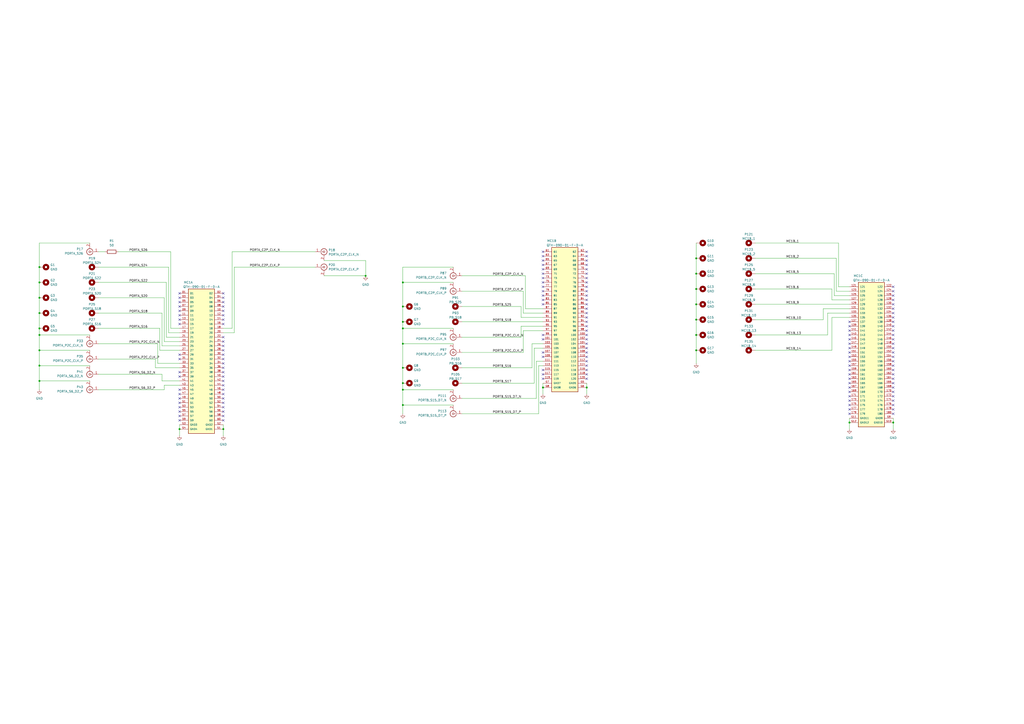
<source format=kicad_sch>
(kicad_sch (version 20211123) (generator eeschema)
  (paper "A2")
  (junction (at 233.68 226.06))
  (junction (at 403.86 176.53))
  (junction (at 403.86 167.64))
  (junction (at 22.86 154.94))
  (junction (at 22.86 172.72))
  (junction (at 212.09 160.02))
  (junction (at 22.86 163.83))
  (junction (at 22.86 212.09))
  (junction (at 233.68 234.95))
  (junction (at 129.54 248.92))
  (junction (at 492.76 245.11))
  (junction (at 518.16 245.11))
  (junction (at 22.86 203.2))
  (junction (at 233.68 190.5))
  (junction (at 403.86 158.75))
  (junction (at 233.68 186.69))
  (junction (at 233.68 163.83))
  (junction (at 22.86 181.61))
  (junction (at 314.96 224.79))
  (junction (at 233.68 177.8))
  (junction (at 403.86 203.2))
  (junction (at 22.86 190.5))
  (junction (at 233.68 199.39))
  (junction (at 22.86 220.98))
  (junction (at 233.68 213.36))
  (junction (at 403.86 194.31))
  (junction (at 403.86 149.86))
  (junction (at 233.68 222.25))
  (junction (at 22.86 194.31))
  (junction (at 104.14 248.92))
  (junction (at 403.86 185.42))
  (junction (at 340.36 224.79))
  (no_connect (at 314.96 214.63))
  (no_connect (at 314.96 217.17))
  (no_connect (at 314.96 219.71))
  (no_connect (at 340.36 219.71))
  (no_connect (at 340.36 217.17))
  (no_connect (at 340.36 214.63))
  (no_connect (at 314.96 194.31))
  (no_connect (at 314.96 196.85))
  (no_connect (at 314.96 204.47))
  (no_connect (at 314.96 207.01))
  (no_connect (at 340.36 212.09))
  (no_connect (at 340.36 209.55))
  (no_connect (at 340.36 207.01))
  (no_connect (at 340.36 204.47))
  (no_connect (at 340.36 201.93))
  (no_connect (at 340.36 199.39))
  (no_connect (at 340.36 196.85))
  (no_connect (at 340.36 194.31))
  (no_connect (at 340.36 191.77))
  (no_connect (at 340.36 189.23))
  (no_connect (at 340.36 186.69))
  (no_connect (at 340.36 184.15))
  (no_connect (at 340.36 181.61))
  (no_connect (at 340.36 179.07))
  (no_connect (at 340.36 176.53))
  (no_connect (at 314.96 176.53))
  (no_connect (at 314.96 173.99))
  (no_connect (at 314.96 171.45))
  (no_connect (at 314.96 168.91))
  (no_connect (at 340.36 173.99))
  (no_connect (at 340.36 171.45))
  (no_connect (at 340.36 168.91))
  (no_connect (at 340.36 166.37))
  (no_connect (at 340.36 163.83))
  (no_connect (at 314.96 166.37))
  (no_connect (at 314.96 163.83))
  (no_connect (at 314.96 161.29))
  (no_connect (at 314.96 158.75))
  (no_connect (at 340.36 161.29))
  (no_connect (at 340.36 158.75))
  (no_connect (at 340.36 156.21))
  (no_connect (at 340.36 153.67))
  (no_connect (at 340.36 151.13))
  (no_connect (at 340.36 148.59))
  (no_connect (at 340.36 146.05))
  (no_connect (at 314.96 156.21))
  (no_connect (at 314.96 153.67))
  (no_connect (at 314.96 151.13))
  (no_connect (at 314.96 148.59))
  (no_connect (at 314.96 146.05))
  (no_connect (at 129.54 170.18))
  (no_connect (at 129.54 172.72))
  (no_connect (at 129.54 175.26))
  (no_connect (at 129.54 177.8))
  (no_connect (at 129.54 180.34))
  (no_connect (at 129.54 182.88))
  (no_connect (at 129.54 185.42))
  (no_connect (at 129.54 187.96))
  (no_connect (at 104.14 187.96))
  (no_connect (at 104.14 185.42))
  (no_connect (at 104.14 170.18))
  (no_connect (at 104.14 182.88))
  (no_connect (at 104.14 180.34))
  (no_connect (at 104.14 177.8))
  (no_connect (at 104.14 175.26))
  (no_connect (at 104.14 172.72))
  (no_connect (at 129.54 195.58))
  (no_connect (at 129.54 198.12))
  (no_connect (at 104.14 238.76))
  (no_connect (at 104.14 236.22))
  (no_connect (at 129.54 200.66))
  (no_connect (at 129.54 203.2))
  (no_connect (at 129.54 205.74))
  (no_connect (at 129.54 208.28))
  (no_connect (at 129.54 210.82))
  (no_connect (at 129.54 213.36))
  (no_connect (at 104.14 205.74))
  (no_connect (at 104.14 208.28))
  (no_connect (at 104.14 215.9))
  (no_connect (at 104.14 218.44))
  (no_connect (at 104.14 226.06))
  (no_connect (at 104.14 228.6))
  (no_connect (at 104.14 231.14))
  (no_connect (at 104.14 233.68))
  (no_connect (at 104.14 241.3))
  (no_connect (at 104.14 243.84))
  (no_connect (at 129.54 243.84))
  (no_connect (at 129.54 241.3))
  (no_connect (at 129.54 238.76))
  (no_connect (at 129.54 236.22))
  (no_connect (at 129.54 233.68))
  (no_connect (at 129.54 218.44))
  (no_connect (at 129.54 215.9))
  (no_connect (at 129.54 231.14))
  (no_connect (at 129.54 228.6))
  (no_connect (at 129.54 226.06))
  (no_connect (at 129.54 223.52))
  (no_connect (at 129.54 220.98))
  (no_connect (at 492.76 201.93))
  (no_connect (at 492.76 204.47))
  (no_connect (at 492.76 207.01))
  (no_connect (at 492.76 209.55))
  (no_connect (at 492.76 212.09))
  (no_connect (at 492.76 214.63))
  (no_connect (at 492.76 217.17))
  (no_connect (at 492.76 219.71))
  (no_connect (at 492.76 222.25))
  (no_connect (at 492.76 224.79))
  (no_connect (at 492.76 227.33))
  (no_connect (at 492.76 229.87))
  (no_connect (at 518.16 227.33))
  (no_connect (at 518.16 224.79))
  (no_connect (at 518.16 222.25))
  (no_connect (at 518.16 219.71))
  (no_connect (at 518.16 217.17))
  (no_connect (at 518.16 214.63))
  (no_connect (at 518.16 212.09))
  (no_connect (at 518.16 209.55))
  (no_connect (at 518.16 207.01))
  (no_connect (at 518.16 204.47))
  (no_connect (at 492.76 186.69))
  (no_connect (at 492.76 189.23))
  (no_connect (at 492.76 232.41))
  (no_connect (at 492.76 234.95))
  (no_connect (at 492.76 237.49))
  (no_connect (at 492.76 240.03))
  (no_connect (at 518.16 240.03))
  (no_connect (at 518.16 237.49))
  (no_connect (at 518.16 234.95))
  (no_connect (at 518.16 232.41))
  (no_connect (at 518.16 229.87))
  (no_connect (at 492.76 191.77))
  (no_connect (at 492.76 194.31))
  (no_connect (at 492.76 196.85))
  (no_connect (at 492.76 199.39))
  (no_connect (at 518.16 201.93))
  (no_connect (at 518.16 199.39))
  (no_connect (at 518.16 196.85))
  (no_connect (at 518.16 194.31))
  (no_connect (at 518.16 191.77))
  (no_connect (at 518.16 189.23))
  (no_connect (at 518.16 186.69))
  (no_connect (at 518.16 184.15))
  (no_connect (at 518.16 181.61))
  (no_connect (at 518.16 179.07))
  (no_connect (at 518.16 176.53))
  (no_connect (at 518.16 173.99))
  (no_connect (at 518.16 171.45))
  (no_connect (at 518.16 168.91))
  (no_connect (at 518.16 166.37))
  (wire (pts (xy 134.62 190.5) (xy 134.62 146.05)))
  (wire (pts (xy 314.96 228.6) (xy 314.96 224.79)))
  (wire (pts (xy 212.09 160.02) (xy 212.09 151.13)))
  (wire (pts (xy 97.79 193.04) (xy 104.14 193.04)))
  (wire (pts (xy 96.52 195.58) (xy 104.14 195.58)))
  (wire (pts (xy 233.68 234.95) (xy 233.68 226.06)))
  (wire (pts (xy 68.58 146.05) (xy 99.06 146.05)))
  (wire (pts (xy 233.68 186.69) (xy 233.68 190.5)))
  (wire (pts (xy 314.96 199.39) (xy 308.61 199.39)))
  (wire (pts (xy 135.89 154.94) (xy 182.88 154.94)))
  (wire (pts (xy 483.87 171.45) (xy 492.76 171.45)))
  (wire (pts (xy 403.86 194.31) (xy 403.86 203.2)))
  (wire (pts (xy 482.6 167.64) (xy 482.6 173.99)))
  (wire (pts (xy 311.15 209.55) (xy 314.96 209.55)))
  (wire (pts (xy 492.76 248.92) (xy 492.76 245.11)))
  (wire (pts (xy 403.86 185.42) (xy 403.86 194.31)))
  (wire (pts (xy 22.86 203.2) (xy 22.86 212.09)))
  (wire (pts (xy 267.97 186.69) (xy 314.96 186.69)))
  (wire (pts (xy 129.54 193.04) (xy 135.89 193.04)))
  (wire (pts (xy 129.54 190.5) (xy 134.62 190.5)))
  (wire (pts (xy 91.44 210.82) (xy 91.44 199.39)))
  (wire (pts (xy 480.06 181.61) (xy 492.76 181.61)))
  (wire (pts (xy 309.88 201.93) (xy 309.88 222.25)))
  (wire (pts (xy 134.62 146.05) (xy 182.88 146.05)))
  (wire (pts (xy 233.68 163.83) (xy 262.89 163.83)))
  (wire (pts (xy 485.14 168.91) (xy 492.76 168.91)))
  (wire (pts (xy 57.15 190.5) (xy 92.71 190.5)))
  (wire (pts (xy 403.86 158.75) (xy 403.86 167.64)))
  (wire (pts (xy 302.26 184.15) (xy 314.96 184.15)))
  (wire (pts (xy 486.41 140.97) (xy 486.41 166.37)))
  (wire (pts (xy 60.96 146.05) (xy 57.15 146.05)))
  (wire (pts (xy 233.68 154.94) (xy 233.68 163.83)))
  (wire (pts (xy 438.15 203.2) (xy 482.6 203.2)))
  (wire (pts (xy 302.26 177.8) (xy 302.26 184.15)))
  (wire (pts (xy 304.8 160.02) (xy 304.8 179.07)))
  (wire (pts (xy 340.36 222.25) (xy 340.36 224.79)))
  (wire (pts (xy 95.25 198.12) (xy 104.14 198.12)))
  (wire (pts (xy 104.14 210.82) (xy 91.44 210.82)))
  (wire (pts (xy 267.97 195.58) (xy 302.26 195.58)))
  (wire (pts (xy 302.26 195.58) (xy 302.26 189.23)))
  (wire (pts (xy 104.14 190.5) (xy 99.06 190.5)))
  (wire (pts (xy 22.86 220.98) (xy 52.07 220.98)))
  (wire (pts (xy 187.96 160.02) (xy 212.09 160.02)))
  (wire (pts (xy 57.15 172.72) (xy 95.25 172.72)))
  (wire (pts (xy 303.53 181.61) (xy 314.96 181.61)))
  (wire (pts (xy 403.86 203.2) (xy 403.86 210.82)))
  (wire (pts (xy 518.16 242.57) (xy 518.16 245.11)))
  (wire (pts (xy 233.68 190.5) (xy 262.89 190.5)))
  (wire (pts (xy 482.6 203.2) (xy 482.6 184.15)))
  (wire (pts (xy 438.15 194.31) (xy 480.06 194.31)))
  (wire (pts (xy 57.15 181.61) (xy 93.98 181.61)))
  (wire (pts (xy 267.97 231.14) (xy 311.15 231.14)))
  (wire (pts (xy 303.53 191.77) (xy 303.53 204.47)))
  (wire (pts (xy 438.15 167.64) (xy 482.6 167.64)))
  (wire (pts (xy 308.61 199.39) (xy 308.61 213.36)))
  (wire (pts (xy 22.86 220.98) (xy 22.86 226.06)))
  (wire (pts (xy 403.86 149.86) (xy 403.86 158.75)))
  (wire (pts (xy 518.16 248.92) (xy 518.16 245.11)))
  (wire (pts (xy 22.86 181.61) (xy 22.86 190.5)))
  (wire (pts (xy 312.42 212.09) (xy 314.96 212.09)))
  (wire (pts (xy 480.06 194.31) (xy 480.06 181.61)))
  (wire (pts (xy 57.15 217.17) (xy 93.98 217.17)))
  (wire (pts (xy 438.15 140.97) (xy 486.41 140.97)))
  (wire (pts (xy 135.89 193.04) (xy 135.89 154.94)))
  (wire (pts (xy 22.86 154.94) (xy 22.86 163.83)))
  (wire (pts (xy 477.52 179.07) (xy 492.76 179.07)))
  (wire (pts (xy 303.53 168.91) (xy 303.53 181.61)))
  (wire (pts (xy 57.15 226.06) (xy 95.25 226.06)))
  (wire (pts (xy 267.97 160.02) (xy 304.8 160.02)))
  (wire (pts (xy 262.89 234.95) (xy 233.68 234.95)))
  (wire (pts (xy 304.8 179.07) (xy 314.96 179.07)))
  (wire (pts (xy 129.54 246.38) (xy 129.54 248.92)))
  (wire (pts (xy 314.96 222.25) (xy 314.96 224.79)))
  (wire (pts (xy 95.25 223.52) (xy 104.14 223.52)))
  (wire (pts (xy 483.87 158.75) (xy 483.87 171.45)))
  (wire (pts (xy 233.68 190.5) (xy 233.68 199.39)))
  (wire (pts (xy 95.25 172.72) (xy 95.25 198.12)))
  (wire (pts (xy 267.97 213.36) (xy 308.61 213.36)))
  (wire (pts (xy 267.97 240.03) (xy 312.42 240.03)))
  (wire (pts (xy 96.52 163.83) (xy 96.52 195.58)))
  (wire (pts (xy 90.17 208.28) (xy 90.17 213.36)))
  (wire (pts (xy 492.76 242.57) (xy 492.76 245.11)))
  (wire (pts (xy 314.96 191.77) (xy 303.53 191.77)))
  (wire (pts (xy 92.71 203.2) (xy 104.14 203.2)))
  (wire (pts (xy 233.68 199.39) (xy 233.68 213.36)))
  (wire (pts (xy 233.68 222.25) (xy 233.68 226.06)))
  (wire (pts (xy 267.97 168.91) (xy 303.53 168.91)))
  (wire (pts (xy 438.15 158.75) (xy 483.87 158.75)))
  (wire (pts (xy 302.26 189.23) (xy 314.96 189.23)))
  (wire (pts (xy 403.86 176.53) (xy 403.86 185.42)))
  (wire (pts (xy 93.98 217.17) (xy 93.98 220.98)))
  (wire (pts (xy 267.97 204.47) (xy 303.53 204.47)))
  (wire (pts (xy 438.15 185.42) (xy 477.52 185.42)))
  (wire (pts (xy 91.44 199.39) (xy 57.15 199.39)))
  (wire (pts (xy 22.86 163.83) (xy 22.86 172.72)))
  (wire (pts (xy 233.68 177.8) (xy 233.68 186.69)))
  (wire (pts (xy 212.09 151.13) (xy 187.96 151.13)))
  (wire (pts (xy 22.86 203.2) (xy 52.07 203.2)))
  (wire (pts (xy 340.36 228.6) (xy 340.36 224.79)))
  (wire (pts (xy 57.15 163.83) (xy 96.52 163.83)))
  (wire (pts (xy 233.68 213.36) (xy 233.68 222.25)))
  (wire (pts (xy 104.14 246.38) (xy 104.14 248.92)))
  (wire (pts (xy 22.86 212.09) (xy 52.07 212.09)))
  (wire (pts (xy 403.86 140.97) (xy 403.86 149.86)))
  (wire (pts (xy 314.96 201.93) (xy 309.88 201.93)))
  (wire (pts (xy 482.6 184.15) (xy 492.76 184.15)))
  (wire (pts (xy 22.86 212.09) (xy 22.86 220.98)))
  (wire (pts (xy 57.15 208.28) (xy 90.17 208.28)))
  (wire (pts (xy 485.14 149.86) (xy 485.14 168.91)))
  (wire (pts (xy 438.15 176.53) (xy 492.76 176.53)))
  (wire (pts (xy 233.68 154.94) (xy 262.89 154.94)))
  (wire (pts (xy 438.15 149.86) (xy 485.14 149.86)))
  (wire (pts (xy 403.86 167.64) (xy 403.86 176.53)))
  (wire (pts (xy 486.41 166.37) (xy 492.76 166.37)))
  (wire (pts (xy 311.15 231.14) (xy 311.15 209.55)))
  (wire (pts (xy 22.86 194.31) (xy 52.07 194.31)))
  (wire (pts (xy 52.07 140.97) (xy 22.86 140.97)))
  (wire (pts (xy 267.97 222.25) (xy 309.88 222.25)))
  (wire (pts (xy 477.52 185.42) (xy 477.52 179.07)))
  (wire (pts (xy 93.98 181.61) (xy 93.98 200.66)))
  (wire (pts (xy 482.6 173.99) (xy 492.76 173.99)))
  (wire (pts (xy 22.86 190.5) (xy 22.86 194.31)))
  (wire (pts (xy 92.71 190.5) (xy 92.71 203.2)))
  (wire (pts (xy 90.17 213.36) (xy 104.14 213.36)))
  (wire (pts (xy 233.68 163.83) (xy 233.68 177.8)))
  (wire (pts (xy 57.15 154.94) (xy 97.79 154.94)))
  (wire (pts (xy 267.97 177.8) (xy 302.26 177.8)))
  (wire (pts (xy 97.79 193.04) (xy 97.79 154.94)))
  (wire (pts (xy 93.98 220.98) (xy 104.14 220.98)))
  (wire (pts (xy 262.89 226.06) (xy 233.68 226.06)))
  (wire (pts (xy 95.25 223.52) (xy 95.25 226.06)))
  (wire (pts (xy 22.86 194.31) (xy 22.86 203.2)))
  (wire (pts (xy 312.42 240.03) (xy 312.42 212.09)))
  (wire (pts (xy 104.14 252.73) (xy 104.14 248.92)))
  (wire (pts (xy 22.86 172.72) (xy 22.86 181.61)))
  (wire (pts (xy 129.54 252.73) (xy 129.54 248.92)))
  (wire (pts (xy 233.68 199.39) (xy 262.89 199.39)))
  (wire (pts (xy 22.86 140.97) (xy 22.86 154.94)))
  (wire (pts (xy 99.06 190.5) (xy 99.06 146.05)))
  (wire (pts (xy 93.98 200.66) (xy 104.14 200.66)))
  (wire (pts (xy 233.68 234.95) (xy 233.68 240.03)))
  (label "PORTB_S15_D7_P" (at 285.75 240.03 0))
  (label "PORTA_S26" (at 74.93 146.05 0))
  (label "PORTB_S18" (at 285.75 186.69 0))
  (label "MC1B_1 " (at 455.93 140.97 0))
  (label "PORTB_S16" (at 285.75 213.36 0))
  (label "MC1B_14" (at 455.93 203.2 0))
  (label "PORTA_P2C_CLK_N" (at 74.93 199.39 0))
  (label "PORTB_P2C_CLK_P" (at 285.75 204.47 0))
  (label "PORTA_C2P_CLK_N" (at 144.78 146.05 0))
  (label "MC1B_2" (at 455.93 149.86 0))
  (label "PORTB_C2P_CLK_P" (at 285.75 168.91 0))
  (label "PORTA_C2P_CLK_P" (at 144.78 154.94 0))
  (label "PORTB_C2P_CLK_N" (at 285.75 160.02 0))
  (label "PORTA_S6_D2_P" (at 74.93 226.06 0))
  (label "PORTA_S22" (at 74.93 163.83 0))
  (label "PORTA_S24" (at 74.93 154.94 0))
  (label "MC1B_6" (at 455.93 167.64 0))
  (label "PORTB_S17" (at 285.75 222.25 0))
  (label "MC1B_13" (at 455.93 194.31 0))
  (label "PORTA_P2C_CLK_P" (at 74.93 208.28 0))
  (label "PORTA_S20" (at 74.93 172.72 0))
  (label "MC1B_9" (at 455.93 176.53 0))
  (label "MC1B_5" (at 455.93 158.75 0))
  (label "MC1B_10" (at 455.93 185.42 0))
  (label "PORTA_S18" (at 74.93 181.61 0))
  (label "PORTB_S15_D7_N" (at 285.75 231.14 0))
  (label "PORTA_S16" (at 74.93 190.5 0))
  (label "PORTA_S6_D2_N" (at 74.93 217.17 0))
  (label "PORTB_P2C_CLK_N" (at 285.75 195.58 0))
  (label "PORTB_S25" (at 285.75 177.8 0))
  (symbol (lib_id "Mechanical:MountingHole_Pad") (at 265.43 177.8 90) (unit 1)
    (property "Reference" "P91" (at 264.16 172.72 90))
    (property "Value" "PB_S25" (at 264.16 175.26 90))
    (property "Footprint" "QTH-090-01-X-D-A:Custom_Signal_Hole_Pad-001" (effects hide))
  )
  (symbol (lib_id "Connector:Conn_Coaxial") (at 52.07 208.28 180) (unit 1)
    (property "Reference" "P35" (at 48.26 206.7167 0) (effects (justify left)))
    (property "Value" "PORTA_P2C_CLK_P" (at 48.26 209.2567 0) (effects (justify left)))
    (property "Footprint" "Connector_Coaxial:SMA_Amphenol_901-144_Vertical" (effects hide))
    (property "Datasheet" " ~" (effects hide))
  )
  (symbol (lib_id "power:GND") (at 492.76 248.92 0) (unit 1)
    (property "Reference" "#PWR0105" (effects hide))
    (property "Value" "GND" (at 492.76 254 0))
  )
  (symbol (lib_id "Mechanical:MountingHole_Pad") (at 406.4 140.97 270) (unit 1)
    (property "Reference" "G10" (at 410.21 139.6999 90) (effects (justify left)))
    (property "Value" "GND" (at 410.21 142.2399 90) (effects (justify left)))
    (property "Footprint" "QTH-090-01-X-D-A:Custom_Signal_Hole_Pad-001" (effects hide))
  )
  (symbol (lib_id "Connector:Conn_Coaxial") (at 262.89 195.58 180) (unit 1)
    (property "Reference" "P95" (at 259.08 194.0167 0) (effects (justify left)))
    (property "Value" "PORTB_P2C_CLK_N" (at 259.08 196.5567 0) (effects (justify left)))
    (property "Footprint" "Connector_Coaxial:SMA_Amphenol_901-144_Vertical" (effects hide))
    (property "Datasheet" " ~" (effects hide))
  )
  (symbol (lib_id "Mechanical:MountingHole_Pad") (at 406.4 176.53 270) (unit 1)
    (property "Reference" "G14" (at 410.21 175.2599 90) (effects (justify left)))
    (property "Value" "GND" (at 410.21 177.7999 90) (effects (justify left)))
    (property "Footprint" "QTH-090-01-X-D-A:Custom_Signal_Hole_Pad-001" (effects hide))
  )
  (symbol (lib_id "Connector:Conn_Coaxial") (at 262.89 204.47 180) (unit 1)
    (property "Reference" "P97" (at 259.08 202.9067 0) (effects (justify left)))
    (property "Value" "PORTB_P2C_CLK_P" (at 259.08 205.4467 0) (effects (justify left)))
    (property "Footprint" "Connector_Coaxial:SMA_Amphenol_901-144_Vertical" (effects hide))
    (property "Datasheet" " ~" (effects hide))
  )
  (symbol (lib_id "Mechanical:MountingHole_Pad") (at 236.22 222.25 270) (unit 1)
    (property "Reference" "G9" (at 240.03 220.9799 90) (effects (justify left)))
    (property "Value" "GND" (at 240.03 223.5199 90) (effects (justify left)))
    (property "Footprint" "QTH-090-01-X-D-A:Custom_Signal_Hole_Pad-001" (effects hide))
  )
  (symbol (lib_id "Mechanical:MountingHole_Pad") (at 406.4 185.42 270) (unit 1)
    (property "Reference" "G15" (at 410.21 184.1499 90) (effects (justify left)))
    (property "Value" "GND" (at 410.21 186.6899 90) (effects (justify left)))
    (property "Footprint" "QTH-090-01-X-D-A:Custom_Signal_Hole_Pad-001" (effects hide))
  )
  (symbol (lib_id "Mechanical:MountingHole_Pad") (at 435.61 158.75 90) (unit 1)
    (property "Reference" "P125" (at 434.34 153.67 90))
    (property "Value" "MC1B_5" (at 434.34 156.21 90))
    (property "Footprint" "QTH-090-01-X-D-A:Custom_Signal_Hole_Pad-001" (effects hide))
  )
  (symbol (lib_id "Mechanical:MountingHole_Pad") (at 406.4 203.2 270) (unit 1)
    (property "Reference" "G17" (at 410.21 201.9299 90) (effects (justify left)))
    (property "Value" "GND" (at 410.21 204.4699 90) (effects (justify left)))
    (property "Footprint" "QTH-090-01-X-D-A:Custom_Signal_Hole_Pad-001" (effects hide))
  )
  (symbol (lib_id "Mechanical:MountingHole_Pad") (at 406.4 194.31 270) (unit 1)
    (property "Reference" "G16" (at 410.21 193.0399 90) (effects (justify left)))
    (property "Value" "GND" (at 410.21 195.5799 90) (effects (justify left)))
    (property "Footprint" "QTH-090-01-X-D-A:Custom_Signal_Hole_Pad-001" (effects hide))
  )
  (symbol (lib_id "Mechanical:MountingHole_Pad") (at 236.22 213.36 270) (unit 1)
    (property "Reference" "G8" (at 240.03 212.0899 90) (effects (justify left)))
    (property "Value" "GND" (at 240.03 214.6299 90) (effects (justify left)))
    (property "Footprint" "QTH-090-01-X-D-A:Custom_Signal_Hole_Pad-001" (effects hide))
  )
  (symbol (lib_id "Connector:Conn_Coaxial") (at 187.96 154.94 0) (unit 1)
    (property "Reference" "P20" (at 190.5 153.67 0) (effects (justify left)))
    (property "Value" "PORTA_C2P_CLK_P" (at 190.5 156.21 0) (effects (justify left)))
    (property "Footprint" "Connector_Coaxial:SMA_Amphenol_901-144_Vertical" (effects hide))
    (property "Datasheet" " ~" (effects hide))
  )
  (symbol (lib_id "Mechanical:MountingHole_Pad") (at 265.43 222.25 90) (unit 1)
    (property "Reference" "P105" (at 264.16 217.17 90))
    (property "Value" "PB_S17" (at 264.16 219.71 90))
    (property "Footprint" "QTH-090-01-X-D-A:Custom_Signal_Hole_Pad-001" (effects hide))
  )
  (symbol (lib_id "Mechanical:MountingHole_Pad") (at 25.4 190.5 270) (unit 1)
    (property "Reference" "G5" (at 29.21 189.2299 90) (effects (justify left)))
    (property "Value" "GND" (at 29.21 191.7699 90) (effects (justify left)))
    (property "Footprint" "QTH-090-01-X-D-A:Custom_Signal_Hole_Pad-001" (effects hide))
  )
  (symbol (lib_id "QTH-090-01-X-D-A:QTH-090-01-X-D-A") (at 505.46 204.47 0) (unit 3)
    (property "Reference" "MC1" (at 497.84 160.02 0))
    (property "Value" "QTH-090-01-F-D-A" (at 505.46 162.56 0))
    (property "Footprint" "SAMTEC_QTH-090-01-X-D-A" (effects hide))
    (property "MAXIMUM_PACKAGE_HEIGHT" "4.347mm" (effects hide))
    (property "STANDARD" "Manufacturer Recommendations" (effects hide))
    (property "PARTREV" "L" (effects hide))
    (property "MANUFACTURER" "Samtec" (effects hide))
  )
  (symbol (lib_id "power:GND") (at 518.16 248.92 0) (unit 1)
    (property "Reference" "#PWR0108" (effects hide))
    (property "Value" "GND" (at 518.16 254 0))
  )
  (symbol (lib_id "Connector:Conn_Coaxial") (at 262.89 160.02 180) (unit 1)
    (property "Reference" "P87" (at 259.08 158.4567 0) (effects (justify left)))
    (property "Value" "PORTB_C2P_CLK_N" (at 259.08 160.9967 0) (effects (justify left)))
    (property "Footprint" "Connector_Coaxial:SMA_Amphenol_901-144_Vertical" (effects hide))
    (property "Datasheet" " ~" (effects hide))
  )
  (symbol (lib_id "power:GND") (at 22.86 226.06 0) (unit 1)
    (property "Reference" "#PWR0104" (effects hide))
    (property "Value" "GND" (at 22.86 231.14 0))
  )
  (symbol (lib_id "Mechanical:MountingHole_Pad") (at 265.43 213.36 90) (unit 1)
    (property "Reference" "P103" (at 264.16 208.28 90))
    (property "Value" "PB_S16" (at 264.16 210.82 90))
    (property "Footprint" "QTH-090-01-X-D-A:Custom_Signal_Hole_Pad-001" (effects hide))
  )
  (symbol (lib_id "Mechanical:MountingHole_Pad") (at 236.22 177.8 270) (unit 1)
    (property "Reference" "G6" (at 240.03 176.5299 90) (effects (justify left)))
    (property "Value" "GND" (at 240.03 179.0699 90) (effects (justify left)))
    (property "Footprint" "QTH-090-01-X-D-A:Custom_Signal_Hole_Pad-001" (effects hide))
  )
  (symbol (lib_id "power:GND") (at 233.68 240.03 0) (unit 1)
    (property "Reference" "#PWR0107" (effects hide))
    (property "Value" "GND" (at 233.68 245.11 0))
  )
  (symbol (lib_id "power:GND") (at 403.86 210.82 0) (unit 1)
    (property "Reference" "#PWR0101" (effects hide))
    (property "Value" "GND" (at 403.86 215.9 0))
  )
  (symbol (lib_id "Mechanical:MountingHole_Pad") (at 435.61 149.86 90) (unit 1)
    (property "Reference" "P123" (at 434.34 144.78 90))
    (property "Value" "MC1B_2" (at 434.34 147.32 90))
    (property "Footprint" "QTH-090-01-X-D-A:Custom_Signal_Hole_Pad-001" (effects hide))
  )
  (symbol (lib_id "Mechanical:MountingHole_Pad") (at 406.4 167.64 270) (unit 1)
    (property "Reference" "G13" (at 410.21 166.3699 90) (effects (justify left)))
    (property "Value" "GND" (at 410.21 168.9099 90) (effects (justify left)))
    (property "Footprint" "QTH-090-01-X-D-A:Custom_Signal_Hole_Pad-001" (effects hide))
  )
  (symbol (lib_id "Mechanical:MountingHole_Pad") (at 435.61 167.64 90) (unit 1)
    (property "Reference" "P127" (at 434.34 162.56 90))
    (property "Value" "MC1B_6" (at 434.34 165.1 90))
    (property "Footprint" "QTH-090-01-X-D-A:Custom_Signal_Hole_Pad-001" (effects hide))
  )
  (symbol (lib_id "Mechanical:MountingHole_Pad") (at 236.22 186.69 270) (unit 1)
    (property "Reference" "G7" (at 240.03 185.4199 90) (effects (justify left)))
    (property "Value" "GND" (at 240.03 187.9599 90) (effects (justify left)))
    (property "Footprint" "QTH-090-01-X-D-A:Custom_Signal_Hole_Pad-001" (effects hide))
  )
  (symbol (lib_id "power:GND") (at 129.54 252.73 0) (unit 1)
    (property "Reference" "#PWR0102" (effects hide))
    (property "Value" "GND" (at 129.54 257.81 0))
  )
  (symbol (lib_id "Mechanical:MountingHole_Pad") (at 25.4 181.61 270) (unit 1)
    (property "Reference" "G4" (at 29.21 180.3399 90) (effects (justify left)))
    (property "Value" "GND" (at 29.21 182.8799 90) (effects (justify left)))
    (property "Footprint" "QTH-090-01-X-D-A:Custom_Signal_Hole_Pad-001" (effects hide))
  )
  (symbol (lib_name "QTH-090-01-X-D-A_2") (lib_id "QTH-090-01-X-D-A:QTH-090-01-X-D-A") (at 327.66 184.15 0) (unit 2)
    (property "Reference" "MC1" (at 320.04 139.7 0))
    (property "Value" "QTH-090-01-F-D-A" (at 327.66 142.24 0))
    (property "Footprint" "SAMTEC_QTH-090-01-X-D-A" (effects hide))
    (property "MAXIMUM_PACKAGE_HEIGHT" "4.347mm" (effects hide))
    (property "STANDARD" "Manufacturer Recommendations" (effects hide))
    (property "PARTREV" "L" (effects hide))
    (property "MANUFACTURER" "Samtec" (effects hide))
  )
  (symbol (lib_id "Mechanical:MountingHole_Pad") (at 435.61 203.2 90) (unit 1)
    (property "Reference" "P135" (at 434.34 198.12 90))
    (property "Value" "MC1B_14" (at 434.34 200.66 90))
    (property "Footprint" "QTH-090-01-X-D-A:Custom_Signal_Hole_Pad-001" (effects hide))
  )
  (symbol (lib_id "Connector:Conn_Coaxial") (at 187.96 146.05 0) (unit 1)
    (property "Reference" "P18" (at 190.5 145.0731 0) (effects (justify left)))
    (property "Value" "PORTA_C2P_CLK_N" (at 190.5 147.6131 0) (effects (justify left)))
    (property "Footprint" "Connector_Coaxial:SMA_Amphenol_901-144_Vertical" (effects hide))
    (property "Datasheet" " ~" (effects hide))
  )
  (symbol (lib_id "Mechanical:MountingHole_Pad") (at 25.4 163.83 270) (unit 1)
    (property "Reference" "G2" (at 29.21 162.5599 90) (effects (justify left)))
    (property "Value" "GND" (at 29.21 165.0999 90) (effects (justify left)))
    (property "Footprint" "QTH-090-01-X-D-A:Custom_Signal_Hole_Pad-001" (effects hide))
  )
  (symbol (lib_id "Mechanical:MountingHole_Pad") (at 435.61 140.97 90) (unit 1)
    (property "Reference" "P121" (at 434.34 135.89 90))
    (property "Value" "MC1B_1 " (at 434.34 138.43 90))
    (property "Footprint" "QTH-090-01-X-D-A:Custom_Signal_Hole_Pad-001" (effects hide))
  )
  (symbol (lib_id "Mechanical:MountingHole_Pad") (at 54.61 190.5 90) (unit 1)
    (property "Reference" "P27" (at 53.34 185.42 90))
    (property "Value" "PORTA_S16" (at 53.34 187.96 90))
    (property "Footprint" "QTH-090-01-X-D-A:Custom_Signal_Hole_Pad-001" (effects hide))
  )
  (symbol (lib_id "Mechanical:MountingHole_Pad") (at 25.4 172.72 270) (unit 1)
    (property "Reference" "G3" (at 29.21 171.4499 90) (effects (justify left)))
    (property "Value" "GND" (at 29.21 173.9899 90) (effects (justify left)))
    (property "Footprint" "QTH-090-01-X-D-A:Custom_Signal_Hole_Pad-001" (effects hide))
  )
  (symbol (lib_id "Mechanical:MountingHole_Pad") (at 435.61 185.42 90) (unit 1)
    (property "Reference" "P131" (at 434.34 180.34 90))
    (property "Value" "MC1B_10" (at 434.34 182.88 90))
    (property "Footprint" "QTH-090-01-X-D-A:Custom_Signal_Hole_Pad-001" (effects hide))
  )
  (symbol (lib_id "Mechanical:MountingHole_Pad") (at 435.61 194.31 90) (unit 1)
    (property "Reference" "P133" (at 434.34 189.23 90))
    (property "Value" "MC1B_13" (at 434.34 191.77 90))
    (property "Footprint" "QTH-090-01-X-D-A:Custom_Signal_Hole_Pad-001" (effects hide))
  )
  (symbol (lib_id "Connector:Conn_Coaxial") (at 262.89 240.03 180) (unit 1)
    (property "Reference" "P113" (at 259.08 238.4667 0) (effects (justify left)))
    (property "Value" "PORTB_S15_D7_P" (at 259.08 241.0067 0) (effects (justify left)))
    (property "Footprint" "Connector_Coaxial:SMA_Amphenol_901-144_Vertical" (effects hide))
    (property "Datasheet" " ~" (effects hide))
  )
  (symbol (lib_id "Connector:Conn_Coaxial") (at 52.07 217.17 180) (unit 1)
    (property "Reference" "P41" (at 48.26 215.6067 0) (effects (justify left)))
    (property "Value" "PORTA_S6_D2_N" (at 48.26 218.1467 0) (effects (justify left)))
    (property "Footprint" "Connector_Coaxial:SMA_Amphenol_901-144_Vertical" (effects hide))
    (property "Datasheet" " ~" (effects hide))
  )
  (symbol (lib_id "power:GND") (at 212.09 160.02 0) (unit 1)
    (property "Reference" "#PWR0106" (effects hide))
    (property "Value" "GND" (at 212.09 165.1 0))
  )
  (symbol (lib_id "Mechanical:MountingHole_Pad") (at 435.61 176.53 90) (unit 1)
    (property "Reference" "P129" (at 434.34 171.45 90))
    (property "Value" "MC1B_9" (at 434.34 173.99 90))
    (property "Footprint" "QTH-090-01-X-D-A:Custom_Signal_Hole_Pad-001" (effects hide))
  )
  (symbol (lib_id "Mechanical:MountingHole_Pad") (at 54.61 172.72 90) (unit 1)
    (property "Reference" "P23" (at 53.34 167.64 90))
    (property "Value" "PORTA_S20" (at 53.34 170.18 90))
    (property "Footprint" "QTH-090-01-X-D-A:Custom_Signal_Hole_Pad-001" (effects hide))
  )
  (symbol (lib_id "Connector:Conn_Coaxial") (at 262.89 168.91 180) (unit 1)
    (property "Reference" "P89" (at 259.08 167.3467 0) (effects (justify left)))
    (property "Value" "PORTB_C2P_CLK_P" (at 259.08 169.8867 0) (effects (justify left)))
    (property "Footprint" "Connector_Coaxial:SMA_Amphenol_901-144_Vertical" (effects hide))
    (property "Datasheet" " ~" (effects hide))
  )
  (symbol (lib_id "power:GND") (at 104.14 252.73 0) (unit 1)
    (property "Reference" "#PWR0103" (effects hide))
    (property "Value" "GND" (at 104.14 257.81 0))
  )
  (symbol (lib_id "Connector:Conn_Coaxial") (at 52.07 226.06 180) (unit 1)
    (property "Reference" "P43" (at 48.26 224.4967 0) (effects (justify left)))
    (property "Value" "PORTA_S6_D2_P" (at 48.26 227.0367 0) (effects (justify left)))
    (property "Footprint" "Connector_Coaxial:SMA_Amphenol_901-144_Vertical" (effects hide))
    (property "Datasheet" " ~" (effects hide))
  )
  (symbol (lib_id "Connector:Conn_Coaxial") (at 52.07 199.39 180) (unit 1)
    (property "Reference" "P33" (at 48.26 197.8267 0) (effects (justify left)))
    (property "Value" "PORTA_P2C_CLK_N" (at 48.26 200.3667 0) (effects (justify left)))
    (property "Footprint" "Connector_Coaxial:SMA_Amphenol_901-144_Vertical" (effects hide))
    (property "Datasheet" " ~" (effects hide))
  )
  (symbol (lib_id "Mechanical:MountingHole_Pad") (at 265.43 186.69 90) (unit 1)
    (property "Reference" "P93" (at 264.16 181.61 90))
    (property "Value" "PB_S18" (at 264.16 184.15 90))
    (property "Footprint" "QTH-090-01-X-D-A:Custom_Signal_Hole_Pad-001" (effects hide))
  )
  (symbol (lib_id "Connector:Conn_Coaxial") (at 262.89 231.14 180) (unit 1)
    (property "Reference" "P111" (at 259.08 229.5767 0) (effects (justify left)))
    (property "Value" "PORTB_S15_D7_N" (at 259.08 232.1167 0) (effects (justify left)))
    (property "Footprint" "Connector_Coaxial:SMA_Amphenol_901-144_Vertical" (effects hide))
    (property "Datasheet" " ~" (effects hide))
  )
  (symbol (lib_id "Mechanical:MountingHole_Pad") (at 54.61 154.94 90) (unit 1)
    (property "Reference" "P19" (at 53.34 149.86 90))
    (property "Value" "PORTA_S24" (at 53.34 152.4 90))
    (property "Footprint" "QTH-090-01-X-D-A:Custom_Signal_Hole_Pad-001" (effects hide))
  )
  (symbol (lib_id "Connector:Conn_Coaxial") (at 52.07 146.05 180) (unit 1)
    (property "Reference" "P17" (at 48.26 144.4867 0) (effects (justify left)))
    (property "Value" "PORTA_S26" (at 48.26 147.0267 0) (effects (justify left)))
    (property "Footprint" "Connector_Coaxial:SMA_Amphenol_901-144_Vertical" (effects hide))
    (property "Datasheet" " ~" (effects hide))
  )
  (symbol (lib_id "Device:R") (at 64.77 146.05 90) (unit 1)
    (property "Reference" "R1" (at 64.77 139.7 90))
    (property "Value" "50" (at 64.77 142.24 90))
    (property "Footprint" "RCP0603W50R0GEB:RESC1608X59N" (effects hide))
  )
  (symbol (lib_id "Mechanical:MountingHole_Pad") (at 25.4 154.94 270) (unit 1)
    (property "Reference" "G1" (at 29.21 153.6699 90) (effects (justify left)))
    (property "Value" "GND" (at 29.21 156.2099 90) (effects (justify left)))
    (property "Footprint" "QTH-090-01-X-D-A:Custom_Signal_Hole_Pad-001" (effects hide))
  )
  (symbol (lib_id "Mechanical:MountingHole_Pad") (at 54.61 181.61 90) (unit 1)
    (property "Reference" "P25" (at 53.34 176.53 90))
    (property "Value" "PORTA_S18" (at 53.34 179.07 90))
    (property "Footprint" "QTH-090-01-X-D-A:Custom_Signal_Hole_Pad-001" (effects hide))
  )
  (symbol (lib_name "QTH-090-01-X-D-A_1") (lib_id "QTH-090-01-X-D-A:QTH-090-01-X-D-A") (at 116.84 208.28 0) (unit 1)
    (property "Reference" "MC1" (at 109.22 163.83 0))
    (property "Value" "QTH-090-01-F-D-A" (at 116.84 166.37 0))
    (property "Footprint" "SAMTEC_QTH-090-01-X-D-A" (effects hide))
    (property "MAXIMUM_PACKAGE_HEIGHT" "4.347mm" (effects hide))
    (property "STANDARD" "Manufacturer Recommendations" (effects hide))
    (property "PARTREV" "L" (effects hide))
    (property "MANUFACTURER" "Samtec" (effects hide))
  )
  (symbol (lib_id "Mechanical:MountingHole_Pad") (at 54.61 163.83 90) (unit 1)
    (property "Reference" "P21" (at 53.34 158.75 90))
    (property "Value" "PORTA_S22" (at 53.34 161.29 90))
    (property "Footprint" "QTH-090-01-X-D-A:Custom_Signal_Hole_Pad-001" (effects hide))
  )
  (symbol (lib_id "Mechanical:MountingHole_Pad") (at 406.4 149.86 270) (unit 1)
    (property "Reference" "G11" (at 410.21 148.5899 90) (effects (justify left)))
    (property "Value" "GND" (at 410.21 151.1299 90) (effects (justify left)))
    (property "Footprint" "QTH-090-01-X-D-A:Custom_Signal_Hole_Pad-001" (effects hide))
  )
  (symbol (lib_id "power:GND") (at 340.36 228.6 0) (unit 1)
    (property "Reference" "#PWR0109" (effects hide))
    (property "Value" "GND" (at 340.36 233.68 0))
  )
  (symbol (lib_id "Mechanical:MountingHole_Pad") (at 406.4 158.75 270) (unit 1)
    (property "Reference" "G12" (at 410.21 157.4799 90) (effects (justify left)))
    (property "Value" "GND" (at 410.21 160.0199 90) (effects (justify left)))
    (property "Footprint" "QTH-090-01-X-D-A:Custom_Signal_Hole_Pad-001" (effects hide))
  )
  (symbol (lib_id "power:GND") (at 314.96 228.6 0) (unit 1)
    (property "Reference" "#PWR0110" (effects hide))
    (property "Value" "GND" (at 314.96 233.68 0))
  )
)
</source>
